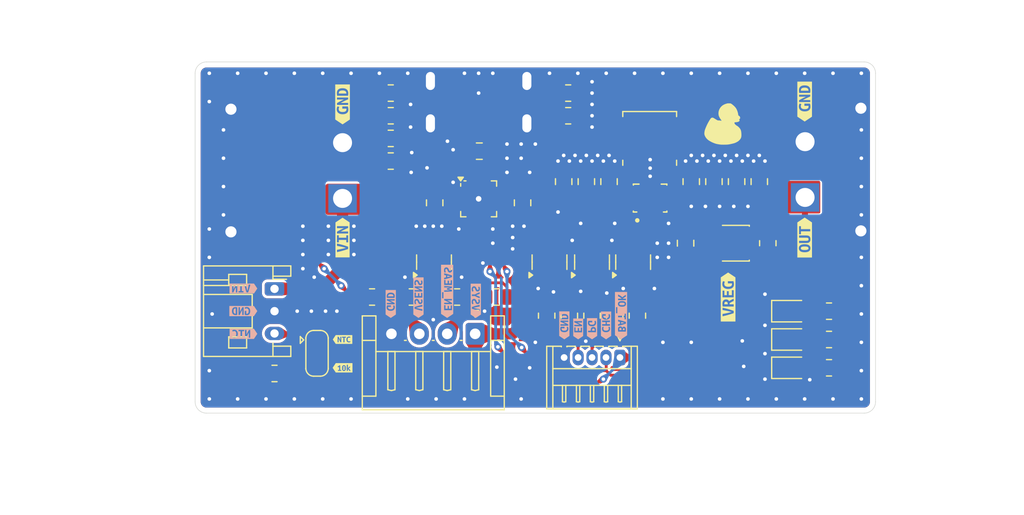
<source format=kicad_pcb>
(kicad_pcb (version 20240108) (generator "pcbnew") (generator_version "8.0")
  (title_block (title "PWB.003") (date "2025-01-19") (rev "v1") (company "SaintCarbonara"))
  (layers (0 "F.Cu" signal) (31 "B.Cu" signal) (34 "B.Paste" user) (35 "F.Paste" user) (36 "B.SilkS" user "B.Silkscreen") (37 "F.SilkS" user "F.Silkscreen") (38 "B.Mask" user) (39 "F.Mask" user) (44 "Edge.Cuts" user))
  (net 0 "")
  (net 1 "Net-(U1-VAUX)")
  (net 2 "GND")
  (net 3 "PG")
  (net 4 "EN")
  (net 5 "Net-(J1-CC2)")
  (net 6 "+5V")
  (net 7 "Net-(J1-CC1)")
  (net 8 "VOUT")
  (net 9 "Net-(U1-L2)")
  (net 10 "Net-(U1-L1)")
  (net 11 "VSYS")
  (net 12 "Net-(Q1-D)")
  (net 13 "VBAT")
  (net 14 "Net-(U2-TMR)")
  (net 15 "Net-(U2-TD)")
  (net 16 "Net-(U2-ISET)")
  (net 17 "Net-(U2-ILIM)")
  (net 18 "Net-(U1-FB)")
  (net 20 "CHRG")
  (net 21 "TS")
  (net 22 "PGOOD")
  (net 23 "Net-(D1-A)")
  (net 24 "Net-(D2-A)")
  (net 25 "Net-(D3-A)")
  (net 26 "Net-(J5-Pin_3)")
  (net 27 "Net-(JP1-B)")
  (net 28 "Net-(J4-Pin_3)")
  (net 29 "Net-(J5-Pin_2)")
  (net 30 "Net-(J6-Pin_3)")
  (net 31 "Net-(J6-Pin_4)")
  (net 32 "Net-(Q1-G)")
  (net 33 "Net-(Q2-D)")
  (net 34 "Net-(Q2-S)")
  (net 35 "Net-(Q4-S)")
  (footprint "kibuzzard-678CDB1C" (layer "F.Cu") (at 153.162 90.932 90)
    (property "Reference" "kibuzzard-3" (hide yes))
    (property "Value" "G***" (hide yes))
  )
  (footprint "Connector_JST:JST_PH_S3B-PH-K_1x03_P2.00mm_Horizontal" (layer "F.Cu") (at 105.664 107.728 -90)
    (property "Reference" "J4" (hide yes))
    (property "Value" "BAT" (hide yes))
  )
  (footprint "Capacitor_SMD:C_0805_2012Metric" (layer "F.Cu") (at 133.604 98.11 -90)
    (property "Reference" "C3" (hide yes))
    (property "Value" "10u" (hide yes))
  )
  (footprint "Inductor_SMD:L_Coilcraft_XAL4020-XXX" (layer "F.Cu") (at 139.277 94.234)
    (property "Reference" "L1" (hide yes))
    (property "Value" "1.5uh" (hide yes))
  )
  (footprint "LED_SMD:LED_0805_2012Metric" (layer "F.Cu") (at 151.892 109.728)
    (property "Reference" "D1" (hide yes))
    (property "Value" "CNTRL_PG" (hide yes))
  )
  (footprint "Resistor_SMD:R_0805_2012Metric" (layer "F.Cu") (at 155.3445 112.268 180)
    (property "Reference" "R18" (hide yes))
    (property "Value" "1.1k" (hide yes))
  )
  (footprint "Resistor_SMD:R_0805_2012Metric" (layer "F.Cu") (at 116.078 94.234)
    (property "Reference" "R5" (hide yes))
    (property "Value" "5.1k" (hide yes))
  )
  (footprint "Capacitor_SMD:C_0805_2012Metric" (layer "F.Cu") (at 131.572 98.11 -90)
    (property "Reference" "C2" (hide yes))
    (property "Value" "10u" (hide yes))
  )
  (footprint "Package_DFN_QFN:VQFN-16-1EP_3x3mm_P0.5mm_EP1.6x1.6mm" (layer "F.Cu") (at 123.952 99.6545)
    (property "Reference" "U2" (hide yes))
    (property "Value" "BQ24073RGT" (hide yes))
  )
  (footprint "Resistor_SMD:R_0805_2012Metric" (layer "F.Cu") (at 114.4035 108.458)
    (property "Reference" "R8" (hide yes))
    (property "Value" "33k" (hide yes))
  )
  (footprint "Connector_Hirose:Hirose_DF13-05P-1.25DS_1x05_P1.25mm_Horizontal" (layer "F.Cu") (at 136.612 113.8835 180)
    (property "Reference" "J6" (hide yes))
    (property "Value" "Conn_01x05_Pin" (hide yes))
  )
  (footprint "Resistor_SMD:R_0805_2012Metric" (layer "F.Cu") (at 122.0235 108.458)
    (property "Reference" "R10" (hide yes))
    (property "Value" "1k" (hide yes))
  )
  (footprint "Resistor_SMD:R_0805_2012Metric" (layer "F.Cu") (at 149.86 103.632 90)
    (property "Reference" "R7" (hide yes))
    (property "Value" "470k" (hide yes))
  )
  (footprint "Resistor_SMD:R_0805_2012Metric" (layer "F.Cu") (at 125.5795 108.458)
    (property "Reference" "R11" (hide yes))
    (property "Value" "1M" (hide yes))
  )
  (footprint "Connector_JST:JST_EH_S4B-EH_1x04_P2.50mm_Horizontal" (layer "F.Cu") (at 123.638 111.76 180)
    (property "Reference" "J5" (hide yes))
    (property "Value" "Conn_01x04_Pin" (hide yes))
  )
  (footprint "LED_SMD:LED_0805_2012Metric" (layer "F.Cu") (at 151.892 114.808)
    (property "Reference" "D3" (hide yes))
    (property "Value" "CHRG" (hide yes))
  )
  (footprint "Capacitor_SMD:C_0805_2012Metric" (layer "F.Cu") (at 135.636 98.11 -90)
    (property "Reference" "C4" (hide yes))
    (property "Value" "10u" (hide yes))
  )
  (footprint "Potentiometer_SMD:Potentiometer_Bourns_TC33X_Vertical" (layer "F.Cu") (at 146.304 103.632)
    (property "Reference" "RV1" (hide yes))
    (property "Value" "200k" (hide yes))
  )
  (footprint "LOGO" (layer "F.Cu") (at 145.796 92.964)
    (property "Reference" "G***" (hide yes))
    (property "Value" "LOGO" (hide yes))
  )
  (footprint "Resistor_SMD:R_0805_2012Metric" (layer "F.Cu") (at 131.9765 92.202 180)
    (property "Reference" "R4" (hide yes))
    (property "Value" "1.1k" (hide yes))
  )
  (footprint "Capacitor_SMD:C_0805_2012Metric" (layer "F.Cu") (at 124.013 95.377)
    (property "Reference" "C1" (hide yes))
    (property "Value" "4.7u" (hide yes))
  )
  (footprint "kibuzzard-678CDC56" (layer "F.Cu") (at 111.76 91.186 90)
    (property "Reference" "kibuzzard-4" (hide yes))
    (property "Value" "G***" (hide yes))
  )
  (footprint "Capacitor_SMD:C_0805_2012Metric" (layer "F.Cu") (at 149.098 98.11 -90)
    (property "Reference" "C8" (hide yes))
    (property "Value" "22u" (hide yes))
  )
  (footprint "Resistor_SMD:R_0805_2012Metric" (layer "F.Cu") (at 136.144 110.1325 -90)
    (property "Reference" "R16" (hide yes))
    (property "Value" "100k" (hide yes))
  )
  (footprint "Resistor_SMD:R_0805_2012Metric" (layer "F.Cu") (at 116.078 96.266)
    (property "Reference" "R6" (hide yes))
    (property "Value" "3.3k" (hide yes))
  )
  (footprint "Resistor_SMD:R_0805_2012Metric" (layer "F.Cu") (at 132.08 110.1325 90)
    (property "Reference" "R14" (hide yes))
    (property "Value" "1M" (hide yes))
  )
  (footprint "Capacitor_SMD:C_0805_2012Metric" (layer "F.Cu") (at 145.034 98.11 -90)
    (property "Reference" "C6" (hide yes))
    (property "Value" "22u" (hide yes))
  )
  (footprint "footprints:AMASS_XT30PW-M" (layer "F.Cu") (at 101.76 97.116 90)
    (property "Reference" "J3")
    (property "Value" "XT30PW-M" (hide yes))
  )
  (footprint "Package_TO_SOT_SMD:SOT-23" (layer "F.Cu") (at 137.795 105.3315 90)
    (property "Reference" "Q4" (hide yes))
    (property "Value" "IRLML6402TR" (hide yes))
  )
  (footprint "Jumper:SolderJumper-3_P1.3mm_Open_RoundedPad1.0x1.5mm" (layer "F.Cu") (at 109.474 113.508 -90)
    (property "Reference" "JP1" (hide yes))
    (property "Value" "10K/NTC" (hide yes))
  )
  (footprint "Capacitor_SMD:C_0805_2012Metric" (layer "F.Cu") (at 120.015 100.01 90)
    (property "Reference" "C9" (hide yes))
    (property "Value" "4.7u" (hide yes))
  )
  (footprint "Package_TO_SOT_SMD:SOT-23" (layer "F.Cu") (at 119.954 105.3315 90)
    (property "Reference" "Q1" (hide yes))
    (property "Value" "IRLML6402TR" (hide yes))
  )
  (footprint "Capacitor_SMD:C_0805_2012Metric" (layer "F.Cu") (at 147.066 98.11 -90)
    (property "Reference" "C7" (hide yes))
    (property "Value" "22u" (hide yes))
  )
  (footprint "LED_SMD:LED_0805_2012Metric" (layer "F.Cu") (at 151.892 112.268)
    (property "Reference" "D2" (hide yes))
    (property "Value" "PMIC_PG" (hide yes))
  )
  (footprint "Resistor_SMD:R_0805_2012Metric" (layer "F.Cu") (at 138.176 110.1325 -90)
    (property "Reference" "R17" (hide yes))
    (property "Value" "100k" (hide yes))
  )
  (footprint "Capacitor_SMD:C_0805_2012Metric" (layer "F.Cu") (at 143.002 98.11 -90)
    (property "Reference" "C5" (hide yes))
    (property "Value" "10u" (hide yes))
  )
  (footprint "Resistor_SMD:R_0805_2012Metric" (layer "F.Cu") (at 116.078 90.17 180)
    (property "Reference" "R1" (hide yes))
    (property "Value" "5.1k" (hide yes))
  )
  (footprint "kibuzzard-678CDE28" (layer "F.Cu") (at 143.51 89.662)
    (property "Reference" "kibuzzard-2" (hide yes))
    (property "Value" "G***" (hide yes))
  )
  (footprint "Resistor_SMD:R_0805_2012Metric" (layer "F.Cu") (at 105.664 115.316 180)
    (property "Reference" "R20" (hide yes))
    (property "Value" "10k" (hide yes))
  )
  (footprint "Resistor_SMD:R_0805_2012Metric" (layer "F.Cu") (at 116.078 92.202 180)
    (property "Reference" "R3" (hide yes))
    (property "Value" "0" (hide yes))
  )
  (footprint "Resistor_SMD:R_0805_2012Metric" (layer "F.Cu") (at 155.3445 109.728 180)
    (property "Reference" "R12" (hide yes))
    (property "Value" "1.1k" (hide yes))
  )
  (footprint "Package_TO_SOT_SMD:SOT-23" (layer "F.Cu") (at 130.302 105.3315 90)
    (property "Reference" "Q2" (hide yes))
    (property "Value" "IRLML6402TR" (hide yes))
  )
  (footprint "kibuzzard-678CDC60" (layer "F.Cu") (at 153.162 103.124 90)
    (property "Reference" "kibuzzard-6" (hide yes))
    (property "Value" "G***" (hide yes))
  )
  (footprint "Connector_USB:USB_C_Receptacle_GCT_USB4125-xx-x-0190_6P_TopMnt_Horizontal" (layer "F.Cu") (at 123.952 89.884 180)
    (property "Reference" "J1" (hide yes))
    (property "Value" "USB_C_Receptacle_PowerOnly_6P" (hide yes))
  )
  (footprint "Resistor_SMD:R_0805_2012Metric" (layer "F.Cu") (at 155.3445 114.808 180)
    (property "Reference" "R19" (hide yes))
    (property "Value" "1.1k" (hide yes))
  )
  (footprint "Resistor_SMD:R_0805_2012Metric" (layer "F.Cu") (at 130.048 110.1325 -90)
    (property "Reference" "R13" (hide yes))
    (property "Value" "10k" (hide yes))
  )
  (footprint "Package_TO_SOT_SMD:SOT-23" (layer "F.Cu") (at 134.112 105.3315 90)
    (property "Reference" "Q3" (hide yes))
    (property "Value" "2N7002" (hide yes))
  )
  (footprint "TPS63070RNMR:VREG_TPS63070RNMR" (layer "F.Cu") (at 139.316 99.585 90)
    (property "Reference" "U1" (hide yes))
    (property "Value" "TPS63070RNMR" (hide yes))
  )
  (footprint "Resistor_SMD:R_0805_2012Metric" (layer "F.Cu") (at 117.9595 108.458)
    (property "Reference" "R9" (hide yes))
    (property "Value" "10k" (hide yes))
  )
  (footprint "kibuzzard-678CDEE7" (layer "F.Cu") (at 111.76 114.808)
    (property "Reference" "kibuzzard-9" (hide yes))
    (property "Value" "G***" (hide yes))
  )
  (footprint "Capacitor_SMD:C_0805_2012Metric" (layer "F.Cu") (at 142.494 103.632 -90)
    (property "Reference" "C11" (hide yes))
    (property "Value" "100n" (hide yes))
  )
  (footprint "kibuzzard-678D5D09" (layer "F.Cu") (at 146.304 108.458 90)
    (property "Reference" "kibuzzard-7" (hide yes))
    (property "Value" "G***" (hide yes))
  )
  (footprint "Resistor_SMD:R_0805_2012Metric" (layer "F.Cu") (at 134.112 110.1325 90)
    (property "Reference" "R15" (hide yes))
    (property "Value" "100k" (hide yes))
  )
  (footprint "Capacitor_SMD:C_0805_2012Metric" (layer "F.Cu") (at 127.889 100.01 90)
    (property "Reference" "C10" (hide yes))
    (property "Value" "4.7u" (hide yes))
  )
  (footprint "kibuzzard-678CDDCF" (layer "F.Cu") (at 106.934 89.662)
    (property "Reference" "kibuzzard-1" (hide yes))
    (property "Value" "G***" (hide yes))
  )
  (footprint "kibuzzard-678CDC37" (layer "F.Cu") (at 111.76 103.124 90)
    (property "Reference" "kibuzzard-5" (hide yes))
    (property "Value" "G***" (hide yes))
  )
  (footprint "Resistor_SMD:R_0805_2012Metric" (layer "F.Cu") (at 131.9765 90.17)
    (property "Reference" "R2" (hide yes))
    (property "Value" "5.1k" (hide yes))
  )
  (footprint "kibuzzard-678CDEF3" (layer "F.Cu") (at 111.76 112.268)
    (property "Reference" "kibuzzard-8" (hide yes))
    (property "Value" "G***" (hide yes))
  )
  (footprint "footprints:AMASS_XT30PW-F" (layer "F.Cu") (at 158.1995 97.028 -90)
    (property "Reference" "J2")
    (property "Value" "XT30PW-F" (hide yes))
  )
  (footprint "kibuzzard-678D6B21" (layer "B.Cu") (at 121.129351 107.95 90)
    (property "Reference" "kibuzzard-678D6B21" (hide yes))
    (property "Value" "G***" (hide yes))
  )
  (footprint "kibuzzard-678D6B8A" (layer "B.Cu") (at 102.877916 107.696 180)
    (property "Reference" "kibuzzard-678D6B8A" (hide yes))
    (property "Value" "G***" (hide yes))
  )
  (footprint "kibuzzard-678D6AC8" (layer "B.Cu") (at 134.112 111.3028 90)
    (property "Reference" "kibuzzard-678D6AC8" (hide yes))
    (property "Value" "G***" (hide yes))
  )
  (footprint "kibuzzard-678D6AE6" (layer "B.Cu") (at 136.71024 110.12916 90)
    (property "Reference" "kibuzzard-678D6AE6" (hide yes))
    (property "Value" "G***" (hide yes))
  )
  (footprint "kibuzzard-678D6B1B" (layer "B.Cu") (at 123.698 108.798519 90)
    (property "Reference" "kibuzzard-678D6B1B" (hide yes))
    (property "Value" "G***" (hide yes))
  )
  (footprint "kibuzzard-678D6B93" (layer "B.Cu") (at 102.87 109.720366 180)
    (property "Reference" "kibuzzard-678D6B93" (hide yes))
    (property "Value" "G***" (hide yes))
  )
  (footprint "kibuzzard-678D6ACE" (layer "B.Cu") (at 132.87112 111.318632 90)
    (property "Reference" "kibuzzard-678D6ACE" (hide yes))
    (property "Value" "G***" (hide yes))
  )
  (footprint "kibuzzard-678D6AE1" (layer "B.Cu") (at 135.368147 111.00482 90)
    (property "Reference" "kibuzzard-678D6AE1" (hide yes))
    (property "Value" "G***" (hide yes))
  )
  (footprint "kibuzzard-678D6B26" (layer "B.Cu") (at 118.560703 108.515805 90)
    (property "Reference" "kibuzzard-678D6B26" (hide yes))
    (property "Value" "G***" (hide yes))
  )
  (footprint "kibuzzard-678D6AD4" (layer "B.Cu") (at 131.63024 110.999731 90)
    (property "Reference" "kibuzzard-678D6AD4" (hide yes))
    (property "Value" "G***" (hide yes))
  )
  (footprint "kibuzzard-678D6B2C" (layer "B.Cu") (at 116.078 109.081799 90)
    (property "Reference" "kibuzzard-678D6B2C" (hide yes))
    (property "Value" "G***" (hide yes))
  )
  (footprint "kibuzzard-678D6B9C" (layer "B.Cu") (at 102.883005 111.76 180)
    (property "Reference" "kibuzzard-678D6B9C" (hide yes))
    (property "Value" "G***" (hide yes))
  )
  (gr_line (start 99.568 87.376) (end 158.496 87.376) (stroke (width 0.05)) (layer "Edge.Cuts"))
  (gr_arc (start 159.512 117.856) (mid 159.21442 118.57442) (end 158.496 118.872) (stroke (width 0.05)) (layer "Edge.Cuts"))
  (gr_line (start 98.552 117.856) (end 98.552 88.392) (stroke (width 0.05)) (layer "Edge.Cuts"))
  (gr_line (start 158.496 118.872) (end 99.568 118.872) (stroke (width 0.05)) (layer "Edge.Cuts"))
  (gr_arc (start 158.496 87.376) (mid 159.21442 87.67358) (end 159.512 88.392) (stroke (width 0.05)) (layer "Edge.Cuts"))
  (gr_arc (start 99.568 118.872) (mid 98.84958 118.57442) (end 98.552 117.856) (stroke (width 0.05)) (layer "Edge.Cuts"))
  (gr_arc (start 98.552 88.392) (mid 98.84958 87.67358) (end 99.568 87.376) (stroke (width 0.05)) (layer "Edge.Cuts"))
  (gr_line (start 159.512 88.392) (end 159.512 117.856) (stroke (width 0.05)) (layer "Edge.Cuts"))
  (segment (start 140.274 102.682) (end 139.566 101.974) (width 0.254) (layer "F.Cu") (net 1))
  (segment (start 139.566 101.974) (end 139.566 100.735) (width 0.254) (layer "F.Cu") (net 1))
  (segment (start 142.494 102.682) (end 140.274 102.682) (width 0.254) (layer "F.Cu") (net 1))
  (segment (start 141.5168 99.81) (end 142.0368 100.33) (width 0.254) (layer "F.Cu") (net 2))
  (segment (start 140.716 99.81) (end 141.5168 99.81) (width 0.254) (layer "F.Cu") (net 2))
  (segment (start 140.716 99.81) (end 140.22 99.81) (width 0.254) (layer "F.Cu") (net 2))
  (segment (start 139.38 99.949) (end 139.316 99.885) (width 0.254) (layer "F.Cu") (net 2))
  (segment (start 140.066 100.735) (end 140.066 99.964) (width 0.254) (layer "F.Cu") (net 2))
  (segment (start 139.319 97.631003) (end 139.316 97.634003) (width 0.254) (layer "F.Cu") (net 2))
  (segment (start 139.316 99.885) (end 139.316 98.985) (width 0.254) (layer "F.Cu") (net 2))
  (segment (start 142.0368 100.33) (end 143.002 100.33) (width 0.254) (layer "F.Cu") (net 2))
  (segment (start 140.066 99.964) (end 140.081 99.949) (width 0.254) (layer "F.Cu") (net 2))
  (segment (start 140.081 99.949) (end 139.38 99.949) (width 0.254) (layer "F.Cu") (net 2))
  (segment (start 139.316 97.634003) (end 139.316 98.985) (width 0.254) (layer "F.Cu") (net 2))
  (segment (start 140.22 99.81) (end 140.081 99.949) (width 0.254) (layer "F.Cu") (net 2))
  (via (at 112.522 117.602) (size 0.635) (drill 0.325) (layers "F.Cu" "B.Cu") (net 2))
  (via (at 118.364 102.108) (size 0.635) (drill 0.325) (layers "F.Cu" "B.Cu") (net 2))
  (via (at 127.762 117.602) (size 0.635) (drill 0.325) (layers "F.Cu" "B.Cu") (net 2))
  (via (at 125.222 88.392) (size 0.635) (drill 0.325) (layers "F.Cu" "B.Cu") (net 2))
  (via (at 134.112 92.202) (size 0.635) (drill 0.325) (layers "F.Cu" "B.Cu") (net 2))
  (via (at 107.696 109.728) (size 0.635) (drill 0.325) (layers "F.Cu" "B.Cu") (net 2))
  (via (at 125.222 103.632) (size 0.635) (drill 0.325) (layers "F.Cu" "B.Cu") (net 2))
  (via (at 133.096 96.266) (size 0.635) (drill 0.325) (layers "F.Cu" "B.Cu") (net 2))
  (via (at 99.822 117.602) (size 0.635) (drill 0.325) (layers "F.Cu" "B.Cu") (net 2))
  (via (at 144.272 100.33) (size 0.635) (drill 0.325) (layers "F.Cu" "B.Cu") (net 2))
  (via (at 137.922 88.392) (size 0.635) (drill 0.325) (layers "F.Cu" "B.Cu") (net 2))
  (via (at 110.49 103.378) (size 0.635) (drill 0.325) (layers "F.Cu" "B.Cu") (net 2))
  (via (at 140.462 88.392) (size 0.635) (drill 0.325) (layers "F.Cu" "B.Cu") (net 2))
  (via (at 126.492 97.282) (size 0.635) (drill 0.325) (layers "F.Cu" "B.Cu") (net 2))
  (via (at 107.442 117.602) (size 0.635) (drill 0.325) (layers "F.Cu" "B.Cu") (net 2))
  (via (at 158.242 88.392) (size 0.635) (drill 0.325) (layers "F.Cu" "B.Cu") (net 2))
  (via (at 127.762 94.742) (size 0.635) (drill 0.325) (layers "F.Cu" "B.Cu") (net 2))
  (via (at 148.082 88.392) (size 0.635) (drill 0.325) (layers "F.Cu" "B.Cu") (net 2))
  (via (at 117.856 91.186) (size 0.635) (drill 0.325) (layers "F.Cu" "B.Cu") (net 2))
  (via (at 136.906 107.696) (size 0.635) (drill 0.325) (layers "F.Cu" "B.Cu") (net 2))
  (via (at 99.822 90.932) (size 0.635) (drill 0.325) (layers "F.Cu" "B.Cu") (net 2))
  (via (at 135.636 95.758) (size 0.635) (drill 0.325) (layers "F.Cu" "B.Cu") (net 2))
  (via (at 139.954 104.902) (size 0.635) (drill 0.325) (layers "F.Cu" "B.Cu") (net 2))
  (via (at 117.602 117.602) (size 0.635) (drill 0.325) (layers "F.Cu" "B.Cu") (net 2))
  (via (at 112.522 88.392) (size 0.635) (drill 0.325) (layers "F.Cu" "B.Cu") (net 2))
  (via (at 112.776 102.108) (size 0.635) (drill 0.325) (layers "F.Cu" "B.Cu") (net 2))
  (via (at 127.762 96.012) (size 0.635) (drill 0.325) (layers "F.Cu" "B.Cu") (net 2))
  (via (at 140.97 104.902) (size 0.635) (drill 0.325) (layers "F.Cu" "B.Cu") (net 2))
  (via (at 143.002 88.392) (size 0.635) (drill 0.325) (layers "F.Cu" "B.Cu") (net 2))
  (via (at 108.204 102.108) (size 0.635) (drill 0.325) (layers "F.Cu" "B.Cu") (net 2))
  (via (at 128.524 97.282) (size 0.635) (drill 0.325) (layers "F.Cu" "B.Cu") (net 2))
  (via (at 119.126 102.108) (size 0.635) (drill 0.325) (layers "F.Cu" "B.Cu") (net 2))
  (via (at 140.462 117.602) (size 0.635) (drill 0.325) (layers "F.Cu" "B.Cu") (net 2))
  (via (at 140.462 112.522) (size 0.635) (drill 0.325) (layers "F.Cu" "B.Cu") (net 2))
  (via (at 126.492 94.742) (size 0.635) (drill 0.325) (layers "F.Cu" "B.Cu") (net 2))
  (via (at 121.666 95.25) (size 0.635) (drill 0.325) (layers "F.Cu" "B.Cu") (net 2))
  (via (at 124.4854 109.728) (size 0.635) (drill 0.325) (layers "F.Cu" "B.Cu") (net 2))
  (via (at 158.242 98.552) (size 0.635) (drill 0.325) (layers "F.Cu" "B.Cu") (net 2))
  (via (at 146.05 95.758) (size 0.635) (drill 0.325) (layers "F.Cu" "B.Cu") (net 2))
  (via (at 134.112 90.17) (size 0.635) (drill 0.325) (layers "F.Cu" "B.Cu") (net 2))
  (via (at 123.952 88.392) (size 0.635) (drill 0.325) (layers "F.Cu" "B.Cu") (net 2))
  (via (at 155.702 88.392) (size 0.635) (drill 0.325) (layers "F.Cu" "B.Cu") (net 2))
  (via (at 145.542 117.602) (size 0.635) (drill 0.325) (layers "F.Cu" "B.Cu") (net 2))
  (via (at 110.236 109.728) (size 0.635) (drill 0.325) (layers "F.Cu" "B.Cu") (net 2))
  (via (at 120.142 117.602) (size 0.635) (drill 0.325) (layers "F.Cu" "B.Cu") (net 2))
  (via (at 134.112 89.154) (size 0.635) (drill 0.325) (layers "F.Cu" "B.Cu") (net 2))
  (via (at 109.982 88.392) (size 0.635) (drill 0.325) (layers "F.Cu" "B.Cu") (net 2))
  (via (at 146.812 100.33) (size 0.635) (drill 0.325) (layers "F.Cu" "B.Cu") (net 2))
  (via (at 119.888 110.49) (size 0.635) (drill 0.325) (layers "F.Cu" "B.Cu") (net 2))
  (via (at 121.158 94.488) (size 0.635) (drill 0.325) (layers "F.Cu" "B.Cu") (net 2))
  (via (at 143.002 95.758) (size 0.635) (drill 0.325) (layers "F.Cu" "B.Cu") (net 2))
  (via (at 134.112 93.218) (size 0.635) (drill 0.325) (layers "F.Cu" "B.Cu") (net 2))
  (via (at 140.97 101.854) (size 0.635) (drill 0.325) (layers "F.Cu" "B.Cu") (net 2))
  (via (at 134.62 95.758) (size 0.635) (drill 0.325) (layers "F.Cu" "B.Cu") (net 2))
  (via (at 135.89 103.378) (size 0.635) (drill 0.325) (layers "F.Cu" "B.Cu") (net 2))
  (via (at 144.526 96.266) (size 0.635) (drill 0.325) (layers "F.Cu" "B.Cu") (net 2))
  (via (at 108.204 105.918) (size 0.635) (drill 0.325) (layers "F.Cu" "B.Cu") (net 2))
  (via (at 158.242 109.982) (size 0.635) (drill 0.325) (layers "F.Cu" "B.Cu") (net 2))
  (via (at 126.492 96.012) (size 0.635) (drill 0.325) (layers "F.Cu" "B.Cu") (net 2))
  (via (at 155.702 117.602) (size 0.635) (drill 0.325) (layers "F.Cu" "B.Cu") (net 2))
  (via (at 145.542 88.392) (size 0.635) (drill 0.325) (layers "F.Cu" "B.Cu") (net 2))
  (via (at 125.584598 114.74557) (size 0.635) (drill 0.325) (layers "F.Cu" "B.Cu") (net 2))
  (via (at 131.572 95.758) (size 0.635) (drill 0.325) (layers "F.Cu" "B.Cu") (net 2))
  (via (at 109.22 106.68) (size 0.635) (drill 0.325) (layers "F.Cu" "B.Cu") (net 2))
  (via (at 104.902 117.602) (size 0.635) (drill 0.325) (layers "F.Cu" "B.Cu") (net 2))
  (via (at 108.204 103.378) (size 0.635) (drill 0.325) (layers "F.Cu" "B.Cu") (net 2))
  (via (at 158.242 115.062) (size 0.635) (drill 0.325) (layers "F.Cu" "B.Cu") (net 2))
  (via (at 121.666 98.171) (size 0.635) (drill 0.325) (layers "F.Cu" "B.Cu") (net 2))
  (via (at 100.076 109.982) (size 0.635) (drill 0.325) (layers "F.Cu" "B.Cu") (net 2))
  (via (at 147.574 112.395) (size 0.635) (drill 0.325) (layers "F.Cu" "B.Cu") (net 2))
  (via (at 133.096 107.95) (size 0.635) (drill 0.325) (layers "F.Cu" "B.Cu") (net 2))
  (via (at 149.606 110.998) (size 0.635) (drill 0.325) (layers "F.Cu" "B.Cu") (net 2))
  (via (at 128.016 102.108) (size 0.635) (drill 0.325) (layers "F.Cu" "B.Cu") (net 2))
  (via (at 149.098 95.758) (size 0.635) (drill 0.325) (layers "F.Cu" "B.Cu") (net 2))
  (via (at 158.242 107.442) (size 0.635) (drill 0.325) (layers "F.Cu" "B.Cu") (net 2))
  (via (at 108.204 104.648) (size 0.635) (drill 0.325) (layers "F.Cu" "B.Cu") (net 2))
  (via (at 122.174 102.362) (size 0.635) (drill 0.325) (layers "F.Cu" "B.Cu") (net 2))
  (via (at 131.064 96.266) (size 0.635) (drill 0.325) (layers "F.Cu" "B.Cu") (net 2))
  (via (at 133.5532 112.4204) (size 0.635) (drill 0.325) (layers "F.Cu" "B.Cu") (net 2))
  (via (at 101.092 98.552) (size 0.635) (drill 0.325) (layers "F.Cu" "B.Cu") (net 2))
  (via (at 129.286 107.696) (size 0.635) (drill 0.325) (layers "F.Cu" "B.Cu") (net 2))
  (via (at 139.319 96.139) (size 0.635) (drill 0.325) (layers "F.Cu" "B.Cu") (net 2))
  (via (at 119.888 102.108) (size 0.635) (drill 0.325) (layers "F.Cu" "B.Cu") (net 2))
  (via (at 125.222 102.362) (size 0.635) (drill 0.325) (layers "F.Cu" "B.Cu") (net 2))
  (via (at 129.032 94.742) (size 0.635) (drill 0.325) (layers "F.Cu" "B.Cu") (net 2))
  (via (at 147.701 114.681) (size 0.635) (drill 0.325) (layers "F.Cu" "B.Cu") (net 2))
  (via (at 158.242 96.012) (size 0.635) (drill 0.325) (layers "F.Cu" "B.Cu") (net 2))
  (via (at 139.319 97.631003) (size 0.635) (drill 0.325) (layers "F.Cu" "B.Cu") (net 2))
  (via (at 122.682 117.602) (size 0.635) (drill 0.325) (layers "F.Cu" "B.Cu") (net 2))
  (via (at 119.3292 96.8756) (size 0.635) (drill 0.325) (layers "F.Cu" "B.Cu") (net 2))
  (via (at 149.606 115.824) (size 0.635) (drill 0.325) (layers "F.Cu" "B.Cu") (net 2))
  (via (at 131.064 100.838) (size 0.635) (drill 0.325) (layers "F.Cu" "B.Cu") (net 2))
  (via (at 158.242 117.602) (size 0.635) (drill 0.325) (layers "F.Cu" "B.Cu") (net 2))
  (via (at 117.9576 95.504) (size 0.635) (drill 0.325) (layers "F.Cu" "B.Cu") (net 2))
  (via (at 140.97 103.632) (size 0.635) (drill 0.325) (layers "F.Cu" "B.Cu") (net 2))
  (via (at 146.558 96.266) (size 0.635) (drill 0.325) (layers "F.Cu" "B.Cu") (net 2))
  (via (at 127 102.108) (size 0.635) (drill 0.325) (layers "F.Cu" "B.Cu") (net 2))
  (via (at 158.242 93.472) (size 0.635) (drill 0.325) (layers "F.Cu" "B.Cu") (net 2))
  (via (at 158.242 104.902) (size 0.635) (drill 0.325) (layers "F.Cu" "B.Cu") (net 2))
  (via (at 132.08 96.266) (size 0.635) (drill 0.325) (layers "F.Cu" "B.Cu") (net 2))
  (via (at 117.602 88.392) (size 0.635) (drill 0.325) (layers "F.Cu" "B.Cu") (net 2))
  (via (at 143.002 100.33) (size 0.635) (drill 0.325) (layers "F.Cu" "B.Cu") (net 2))
  (via (at 148.59 96.266) (size 0.635) (drill 0.325) (layers "F.Cu" "B.Cu") (net 2))
  (via (at 153.162 117.602) (size 0.635) (drill 0.325) (layers "F.Cu" "B.Cu") (net 2))
  (via (at 142.494 96.266) (size 0.635) (drill 0.325) (layers "F.Cu" "B.Cu") (net 2))
  (via (at 145.034 95.758) (size 0.635) (drill 0.325) (layers "F.Cu" "B.Cu") (net 2))
  (via (at 107.442 88.392) (size 0.635) (drill 0.325) (layers "F.Cu" "B.Cu") (net 2))
  (via (at 127.254 115.824) (size 0.635) (drill 0.325) (layers "F.Cu" "B.Cu") (net 2))
  (via (at 112.776 103.378) (size 0.635) (drill 0.325) (layers "F.Cu" "B.Cu") (net 2))
  (via (at 101.092 96.012) (size 0.635) (drill 0.325) (layers "F.Cu" "B.Cu") (net 2))
  (via (at 150.622 88.392) (size 0.635) (drill 0.325) (layers "F.Cu" "B.Cu") (net 2))
  (via (at 136.144 101.854) (size 0.635) (drill 0.325) (layers "F.Cu" "B.Cu") (net 2))
  (via (at 127 104.14) (size 0.635) (drill 0.325) (layers "F.Cu" "B.Cu") (net 2))
  (via (at 130.302 88.392) (size 0.635) (drill 0.325) (layers "F.Cu" "B.Cu") (net 2))
  (via (at 158.242 112.522) (size 0.635) (drill 0.325) (layers "F.Cu" "B.Cu") (net 2))
  (via (at 129.032 112.522) (size 0.635) (drill 0.325) (layers "F.Cu" "B.Cu") (net 2))
  (via (at 148.082 117.602) (size 0.635) (drill 0.325) (layers "F.Cu" "B.Cu") (net 2))
  (via (at 122.682 88.392) (size 0.635) (drill 0.325) (layers "F.Cu" "B.Cu") (net 2))
  (via (at 109.982 117.602) (size 0.635) (drill 0.325) (layers "F.Cu" "B.Cu") (net 2))
  (via (at 99.822 104.902) (size 0.635) (drill 0.325) (layers "F.Cu" "B.Cu") (net 2))
  (via (at 135.4328 108.1024) (size 0.635) (drill 0.325) (layers "F.Cu" "B.Cu") (net 2))
  (via (at 99.822 88.392) (size 0.635) (drill 0.325) (layers "F.Cu" "B.Cu") (net 2))
  (via (at 101.092 101.092) (size 0.635) (drill 0.325) (layers "F.Cu" "B.Cu") (net 2))
  (via (at 124.333 105.41) (size 0.635) (drill 0.325) (layers "F.Cu" "B.Cu") (net 2))
  (via (at 136.144 96.266) (size 0.635) (drill 0.325) (layers "F.Cu" "B.Cu") (net 2))
  (via (at 123.952 90.17) (size 0.635) (drill 0.325) (layers "F.Cu" "B.Cu") (net 2))
  (via (at 153.6192 115.8748) (size 0.635) (drill 0.325) (layers "F.Cu" "B.Cu") (net 2))
  (via (at 135.382 88.392) (size 0.635) (drill 0.325) (layers "F.Cu" "B.Cu") (net 2))
  (via (at 149.606 108.204) (size 0.635) (drill 0.325) (layers "F.Cu" "B.Cu") (net 2))
  (via (at 143.002 112.522) (size 0.635) (drill 0.325) (layers "F.Cu" "B.Cu") (net 2))
  (via (at 112.776 104.648) (size 0.635) (drill 0.325) (layers "F.Cu" "B.Cu") (net 2))
  (via (at 148.082 100.33) (size 0.635) (drill 0.325) (layers "F.Cu" "B.Cu") (net 2))
  (via (at 99.822 115.062) (size 0.635) (drill 0.325) (layers "F.Cu" "B.Cu") (net 2))
  (via (at 135.128 96.266) (size 0.635) (drill 0.325) (layers "F.Cu" "B.Cu") (net 2))
  (via (at 149.606 113.538) (size 0.635) (drill 0.325) (layers "F.Cu" "B.Cu") (net 2))
  (via (at 158.242 101.092) (size 0.635) (drill 0.325) (layers "F.Cu" "B.Cu") (net 2))
  (via (at 147.066 95.758) (size 0.635) (drill 0.325) (layers "F.Cu" "B.Cu") (net 2))
  (via (at 139.954 103.632) (size 0.635) (drill 0.325) (layers "F.Cu" "B.Cu") (net 2))
  (via (at 120.65 102.108) (size 0.635) (drill 0.325) (layers "F.Cu" "B.Cu") (net 2))
  (via (at 123.952 99.6545) (size 1) (drill 0.5) (layers "F.Cu" "B.Cu") (net 2))
  (via (at 117.856 93.218) (size 0.635) (drill 0.325) (layers "F.Cu" "B.Cu") (net 2))
  (via (at 102.362 88.392) (size 0.635) (drill 0.325) (layers "F.Cu" "B.Cu") (net 2))
  (via (at 117.348 106.68) (size 0.635) (drill 0.325) (layers "F.Cu" "B.Cu") (net 2))
  (via (at 111.252 109.728) (size 0.635) (drill 0.325) (layers "F.Cu" "B.Cu") (net 2))
  (via (at 145.542 96.266) (size 0.635) (drill 0.325) (layers "F.Cu" "B.Cu") (net 2))
  (via (at 133.604 95.758) (size 0.635) (drill 0.325) (layers "F.Cu" "B.Cu") (net 2))
  (via (at 104.902 88.392) (size 0.635) (drill 0.325) (layers "F.Cu" "B.Cu") (net 2))
  (via (at 130.6576 108.0008) (size 0.635) (drill 0.325) (layers "F.Cu" "B.Cu") (net 2))
  (via (at 122.428 106.68) (size 0.635) (drill 0.325) (layers "F.Cu" "B.Cu") (net 2))
  (via (at 110.49 102.108) (size 0.635) (drill 0.325) (layers "F.Cu" "B.Cu") (net 2))
  (via (at 134.112 96.266) (size 0.635) (drill 0.325) (layers "F.Cu" "B.Cu") (net 2))
  (via (at 102.362 117.602) (size 0.635) (drill 0.325) (layers "F.Cu" "B.Cu") (net 2))
  (via (at 132.588 95.758) (size 0.635) (drill 0.325) (layers "F.Cu" "B.Cu") (net 2))
  (via (at 115.062 88.392) (size 0.635) (drill 0.325) (layers "F.Cu" "B.Cu") (net 2))
  (via (at 132.334 103.378) (size 0.635) (drill 0.325) (layers "F.Cu" "B.Cu") (net 2))
  (via (at 143.51 96.266) (size 0.635) (drill 0.325) (layers "F.Cu" "B.Cu") (net 2))
  (via (at 127 103.124) (size 0.635) (drill 0.325) (layers "F.Cu" "B.Cu") (net 2))
  (via (at 133.096 101.854) (size 0.635) (drill 0.325) (layers "F.Cu" "B.Cu") (net 2))
  (via (at 110.49 104.648) (size 0.635) (drill 0.325) (layers "F.Cu" "B.Cu") (net 2))
  (via (at 153.162 88.392) (size 0.635) (drill 0.325) (layers "F.Cu" "B.Cu") (net 2))
  (via (at 139.7 107.696) (size 0.635) (drill 0.325) (layers "F.Cu" "B.Cu") (net 2))
  (via (at 150.622 117.602) (size 0.635) (drill 0.325) (layers "F.Cu" "B.Cu") (net 2))
  (via (at 128.524 114.808) (size 0.635) (drill 0.325) (layers "F.Cu" "B.Cu") (net 2))
  (via (at 145.542 100.33) (size 0.635) (drill 0.325) (layers "F.Cu" "B.Cu") (net 2))
  (via (at 149.606 96.266) (size 0.635) (drill 0.325) (layers "F.Cu" "B.Cu") (net 2))
  (via (at 143.002 117.602) (size 0.635) (drill 0.325) (layers "F.Cu" "B.Cu") (net 2))
  (via (at 134.112 91.186) (size 0.635) (drill 0.325) (layers "F.Cu" "B.Cu") (net 2))
  (via (at 132.842 88.392) (size 0.635) (drill 0.325) (layers "F.Cu" "B.Cu") (net 2))
  (via (at 117.9068 97.282) (size 0.635) (drill 0.325) (layers "F.Cu" "B.Cu") (net 2))
  (via (at 101.092 93.472) (size 0.635) (drill 0.325) (layers "F.Cu" "B.Cu") (net 2))
  (via (at 144.018 95.758) (size 0.635) (drill 0.325) (layers "F.Cu" "B.Cu") (net 2))
  (via (at 148.082 95.758) (size 0.635) (drill 0.325) (layers "F.Cu" "B.Cu") (net 2))
  (via (at 108.966 109.728) (size 0.635) (drill 0.325) (layers "F.Cu" "B.Cu") (net 2))
  (via (at 139.319 96.901) (size 0.635) (drill 0.325) (layers "F.Cu" "B.Cu") (net 2))
  (via (at 99.822 102.362) (size 0.635) (drill 0.325) (layers "F.Cu" "B.Cu") (net 2))
  (via (at 147.574 96.266) (size 0.635) (drill 0.325) (layers "F.Cu" "B.Cu") (net 2))
  (segment (start 138.745 107.889) (end 138.745 106.269) (width 0.254) (layer "F.Cu") (net 3))
  (segment (start 148.082 110.998) (end 137.414 110.998) (width 0.254) (layer "F.Cu") (net 3))
  (segment (start 137.16 110.744) (end 137.16 108.712) (width 0.254) (layer "F.Cu") (net 3))
  (segment (start 139.066 102.996) (end 139.066 100.735) (width 0.254) (layer "F.Cu") (net 3))
  (segment (start 137.414 110.998) (end 137.16 110.744) (width 0.254) (layer "F.Cu") (net 3))
  (segment (start 138.745 103.317) (end 139.066 102.996) (width 0.254) (layer "F.Cu") (net 3))
  (segment (start 137.16 108.712) (end 137.668 108.204) (width 0.254) (layer "F.Cu") (net 3))
  (segment (start 138.745 106.269) (end 138.745 103.317) (width 0.254) (layer "F.Cu") (net 3))
  (segment (start 137.668 108.204) (end 138.43 108.204) (width 0.254) (layer "F.Cu") (net 3))
  (segment (start 150.9545 109.728) (end 149.352 109.728) (width 0.254) (layer "F.Cu") (net 3))
  (segment (start 149.352 109.728) (end 148.082 110.998) (width 0.254) (layer "F.Cu") (net 3))
  (segment (start 138.43 108.204) (end 138.745 107.889) (width 0.254) (layer "F.Cu") (net 3))
  (segment (start 131.252 107.884) (end 132.08 108.712) (width 0.254) (layer "F.Cu") (net 4))
  (segment (start 133.162 106.269) (end 131.252 106.269) (width 0.254) (layer "F.Cu") (net 4))
  (segment (start 131.252 106.269) (end 131.252 107.884) (width 0.254) (layer "F.Cu") (net 4))
  (segment (start 132.08 108.712) (end 132.08 109.22) (width 0.254) (layer "F.Cu") (net 4))
  (segment (start 123.452 92.964) (end 123.452 91.448) (width 0.254) (layer "F.Cu") (net 5))
  (segment (start 123.452 91.448) (end 122.936 90.932) (width 0.254) (layer "F.Cu") (net 5))
  (segment (start 122.936 90.932) (end 118.872 90.932) (width 0.254) (layer "F.Cu") (net 5))
  (segment (start 118.11 90.17) (end 117.348 90.17) (width 0.254) (layer "F.Cu") (net 5))
  (segment (start 118.872 90.932) (end 118.11 90.17) (width 0.254) (layer "F.Cu") (net 5))
  (segment (start 124.968 90.932) (end 124.46 91.44) (width 0.254) (layer "F.Cu") (net 7))
  (segment (start 124.452 91.956) (end 124.452 92.964) (width 0.254) (layer "F.Cu") (net 7))
  (segment (start 124.46 91.44) (end 124.46 91.948) (width 0.254) (layer "F.Cu") (net 7))
  (segment (start 124.46 91.948) (end 124.452 91.956) (width 0.254) (layer "F.Cu") (net 7))
  (segment (start 129.54 90.17) (end 128.778 90.932) (width 0.254) (layer "F.Cu") (net 7))
  (segment (start 128.778 90.932) (end 124.968 90.932) (width 0.254) (layer "F.Cu") (net 7))
  (segment (start 130.556 90.17) (end 129.54 90.17) (width 0.254) (layer "F.Cu") (net 7))
  (segment (start 139.7 109.22) (end 140.462 108.458) (width 0.254) (layer "F.Cu") (net 8))
  (segment (start 138.176 109.22) (end 139.7 109.22) (width 0.254) (layer "F.Cu") (net 8))
  (segment (start 141.224 105.918) (end 150.876 105.918) (width 0.254) (layer "F.Cu") (net 8))
  (segment (start 153.162 101.092) (end 153.1995 101.0545) (width 0.5) (layer "F.Cu") (net 8))
  (segment (start 140.462 108.458) (end 140.462 106.68) (width 0.254) (layer "F.Cu") (net 8))
  (segment (start 153.162 99.5655) (end 153.1995 99.528) (width 1) (layer "F.Cu") (net 8))
  (segment (start 153.162 101.854) (end 153.162 101.092) (width 0.5) (layer "F.Cu") (net 8))
  (segment (start 153.1995 101.0545) (end 153.1995 99.528) (width 0.5) (layer "F.Cu") (net 8))
  (segment (start 140.462 106.68) (end 141.224 105.918) (width 0.254) (layer "F.Cu") (net 8))
  (segment (start 151.384 105.41) (end 151.384 102.2115) (width 0.254) (layer "F.Cu") (net 8))
  (segment (start 149.86 102.2115) (end 151.384 102.2115) (width 0.5) (layer "F.Cu") (net 8))
  (segment (start 150.876 105.918) (end 151.384 105.41) (width 0.254) (layer "F.Cu") (net 8))
  (segment (start 151.384 102.2115) (end 152.8045 102.2115) (width 0.5) (layer "F.Cu") (net 8))
  (segment (start 152.8045 102.2115) (end 153.162 101.854) (width 0.5) (layer "F.Cu") (net 8))
  (segment (start 126.111 107.188) (end 126.492 107.569) (width 0.254) (layer "F.Cu") (net 11))
  (segment (start 129.567 99.06) (end 127.889 99.06) (width 1) (layer "F.Cu") (net 11))
  (segment (start 129.754507 99.247507) (end 129.942014 99.06) (width 1) (layer "F.Cu") (net 11))
  (segment (start 129.794 101.854) (end 128.016 103.632) (width 1) (layer "F.Cu") (net 11))
  (segment (start 123.638 115.51) (end 123.638 111.76) (width 0.5) (layer "F.Cu") (net 11))
  (segment (start 128.016 99.06) (end 128.043 99.033) (width 1) (layer "F.Cu") (net 11))
  (segment (start 126.492 108.458) (end 127.762 108.458) (width 0.254) (layer "F.Cu") (net 11))
  (segment (start 131.779 110.998) (end 128.27 110.998) (width 0.254) (layer "F.Cu") (net 11))
  (segment (start 127 111.76) (end 128.016 110.744) (width 1) (layer "F.Cu") (net 11))
  (segment (start 129.754507 101.814507) (end 129.794 101.854) (width 1) (layer "F.Cu") (net 11))
  (segment (start 123.202 105.803) (end 124.587 107.188) (width 0.254) (layer "F.Cu") (net 11))
  (segment (start 129.754507 99.247507) (end 129.754507 101.814507) (width 1) (layer "F.Cu") (net 11))
  (segment (start 129.942014 99.06) (end 131.572 99.06) (width 1) (layer "F.Cu") (net 11))
  (segment (start 128.27 110.998) (end 128.016 110.744) (width 0.254) (layer "F.Cu") (net 11))
  (segment (start 155.5496 116.7384) (end 124.8664 116.7384) (width 0.5) (layer "F.Cu") (net 11))
  (segment (start 129.754507 99.247507) (end 129.567 99.06) (width 1) (layer "F.Cu") (net 11))
  (segment (start 124.587 107.188) (end 126.111 107.188) (width 0.254) (layer "F.Cu") (net 11))
  (segment (start 124.8664 116.7384) (end 123.638 115.51) (width 0.5) (layer "F.Cu") (net 11))
  (segment (start 126.492 107.569) (end 126.492 108.204) (width 0.254) (layer "F.Cu") (net 11))
  (segment (start 123.638 111.76) (end 127 111.76) (width 1) (layer "F.Cu") (net 11))
  (segment (start 156.257 116.031) (end 155.5496 116.7384) (width 0.5) (layer "F.Cu") (net 11))
  (segment (start 156.257 110.49) (end 156.257 116.031) (width 0.5) (layer "F.Cu") (net 11))
  (segment (start 156.257 109.22) (end 156.257 110.49) (width 0.5) (layer "F.Cu") (net 11))
  (segment (start 123.202 101.092) (end 123.202 105.803) (width 0.254) (layer "F.Cu") (net 11))
  (segment (start 127.508 99.06) (end 128.016 99.06) (width 1) (layer "F.Cu") (net 11))
  (segment (start 132.08 111.299) (end 131.779 110.998) (width 0.254) (layer "F.Cu") (net 11))
  (segment (start 128.016 103.632) (end 128.016 110.744) (width 1) (layer "F.Cu") (net 11))
  (segment (start 119.004 105.664) (end 119.004 107.442) (width 0.254) (layer "F.Cu") (net 12))
  (segment (start 118.872 107.574) (end 118.872 108.204) (width 0.254) (layer "F.Cu") (net 12))
  (segment (start 119.004 107.442) (end 118.872 107.574) (width 0.254) (layer "F.Cu") (net 12))
  (segment (start 115.697 104.14) (end 114.046 105.791) (width 0.5) (layer "F.Cu") (net 13))
  (segment (start 111.76 105.791) (end 111.76 99.616) (width 1) (layer "F.Cu") (net 13))
  (segment (start 119.857 104.14) (end 115.697 104.14) (width 0.5) (layer "F.Cu") (net 13))
  (segment (start 109.823 107.728) (end 111.76 105.791) (width 1) (layer "F.Cu") (net 13))
  (segment (start 114.046 105.791) (end 111.76 105.791) (width 0.5) (layer "F.Cu") (net 13))
  (segment (start 105.664 107.728) (end 109.823 107.728) (width 1) (layer "F.Cu") (net 13))
  (segment (start 123.403968 96.706) (end 121.6996 96.706) (width 0.254) (layer "F.Cu") (net 14))
  (segment (start 124.202 98.217) (end 124.202 97.504032) (width 0.254) (layer "F.Cu") (net 14))
  (segment (start 124.202 97.504032) (end 123.403968 96.706) (width 0.254) (layer "F.Cu") (net 14))
  (segment (start 121.6996 96.706) (end 118.618 93.6244) (width 0.254) (layer "F.Cu") (net 14))
  (segment (start 118.11 92.202) (end 117.348 92.202) (width 0.254) (layer "F.Cu") (net 14))
  (segment (start 118.618 92.71) (end 118.11 92.202) (width 0.254) (layer "F.Cu") (net 14))
  (segment (start 118.618 93.6244) (end 118.618 92.71) (width 0.254) (layer "F.Cu") (net 14))
  (segment (start 117.6528 94.234) (end 117.348 94.234) (width 0.254) (layer "F.Cu") (net 15))
  (segment (start 120.5408 97.122) (end 117.6528 94.234) (width 0.254) (layer "F.Cu") (net 15))
  (segment (start 123.234484 97.122) (end 120.5408 97.122) (width 0.254) (layer "F.Cu") (net 15))
  (segment (start 123.702 97.589516) (end 123.234484 97.122) (width 0.254) (layer "F.Cu") (net 15))
  (segment (start 123.702 98.217) (end 123.702 97.589516) (width 0.254) (layer "F.Cu") (net 15))
  (segment (start 121.656145 97.534) (end 122.183855 97.534) (width 0.254) (layer "F.Cu") (net 16))
  (segment (start 117.84965 96.266) (end 119.11965 97.536) (width 0.254) (layer "F.Cu") (net 16))
  (segment (start 123.202 97.675) (end 123.202 98.217) (width 0.254) (layer "F.Cu") (net 16))
  (segment (start 117.348 96.266) (end 117.84965 96.266) (width 0.254) (layer "F.Cu") (net 16))
  (segment (start 122.185855 97.536) (end 123.063 97.536) (width 0.254) (layer "F.Cu") (net 16))
  (segment (start 123.063 97.536) (end 123.202 97.675) (width 0.254) (layer "F.Cu") (net 16))
  (segment (start 122.183855 97.534) (end 122.185855 97.536) (width 0.254) (layer "F.Cu") (net 16))
  (segment (start 121.654145 97.536) (end 121.656145 97.534) (width 0.254) (layer "F.Cu") (net 16))
  (segment (start 119.11965 97.536) (end 121.654145 97.536) (width 0.254) (layer "F.Cu") (net 16))
  (segment (start 125.8855 98.9045) (end 130.81 93.98) (width 0.254) (layer "F.Cu") (net 17))
  (segment (start 130.81 93.98) (end 130.81 92.456) (width 0.254) (layer "F.Cu") (net 17))
  (segment (start 125.3895 98.9045) (end 125.8855 98.9045) (width 0.254) (layer "F.Cu") (net 17))
  (segment (start 147.754 103.14) (end 146.574 103.14) (width 0.254) (layer "F.Cu") (net 18))
  (segment (start 145.796 101.092) (end 142.0622 101.092) (width 0.254) (layer "F.Cu") (net 18))
  (segment (start 146.574 103.14) (end 146.05 102.616) (width 0.254) (layer "F.Cu") (net 18))
  (segment (start 146.05 101.346) (end 145.796 101.092) (width 0.254) (layer "F.Cu") (net 18))
  (segment (start 148.6505 104.0365) (end 147.754 103.14) (width 0.5) (layer "F.Cu") (net 18))
  (segment (start 149.86 104.0365) (end 148.6505 104.0365) (width 0.5) (layer "F.Cu") (net 18))
  (segment (start 141.2802 100.31) (end 140.716 100.31) (width 0.254) (layer "F.Cu") (net 18))
  (segment (start 142.0622 101.092) (end 141.2802 100.31) (width 0.254) (layer "F.Cu") (net 18))
  (segment (start 146.05 102.616) (end 146.05 101.346) (width 0.254) (layer "F.Cu") (net 18))
  (segment (start 135.382 114.06967) (end 135.382 115.062) (width 0.254) (layer "F.Cu") (net 20))
  (segment (start 126.238 105.918) (end 126.238 100.584) (width 0.254) (layer "F.Cu") (net 20))
  (segment (start 127.8048 113.0728) (end 129.794 115.062) (width 0.254) (layer "F.Cu") (net 20))
  (segment (start 149.352 114.808) (end 150.9545 114.808) (width 0.254) (layer "F.Cu") (net 20))
  (segment (start 127.8048 112.9872) (end 127.8048 113.0728) (width 0.254) (layer "F.Cu") (net 20))
  (segment (start 135.382 115.062) (end 135.7884 115.4684) (width 0.254) (layer "F.Cu") (net 20))
  (segment (start 135.362 114.04967) (end 135.382 114.06967) (width 0.254) (layer "F.Cu") (net 20))
  (segment (start 148.6916 115.4684) (end 149.352 114.808) (width 0.254) (layer "F.Cu") (net 20))
  (segment (start 129.794 115.062) (end 135.382 115.062) (width 0.254) (layer "F.Cu") (net 20))
  (segment (start 135.362 113.8835) (end 135.362 114.04967) (width 0.254) (layer "F.Cu") (net 20))
  (segment (start 126.0585 100.4045) (end 125.3895 100.4045) (width 0.254) (layer "F.Cu") (net 20))
  (segment (start 126.492 106.172) (end 126.238 105.918) (width 0.254) (layer "F.Cu") (net 20))
  (segment (start 135.7884 115.4684) (end 148.6916 115.4684) (width 0.254) (layer "F.Cu") (net 20))
  (segment (start 126.238 100.584) (end 126.0585 100.4045) (width 0.254) (layer "F.Cu") (net 20))
  (via (at 126.492 106.172) (size 0.635) (drill 0.325) (layers "F.Cu" "B.Cu") (net 20))
  (via (at 127.8048 112.9872) (size 0.635) (drill 0.325) (layers "F.Cu" "B.Cu") (net 20))
  (segment (start 127.8048 112.9872) (end 126.492 111.6744) (width 0.254) (layer "B.Cu") (net 20))
  (segment (start 126.492 111.6744) (end 126.492 106.172) (width 0.254) (layer "B.Cu") (net 20))
  (segment (start 112.141 107.95) (end 112.141 112.903) (width 0.254) (layer "F.Cu") (net 21))
  (segment (start 112.141 112.903) (end 111.536 113.508) (width 0.254) (layer "F.Cu") (net 21))
  (segment (start 110.109 105.918) (end 109.1692 104.9782) (width 0.254) (layer "F.Cu") (net 21))
  (segment (start 120.65 98.044) (end 121.5105 98.9045) (width 0.254) (layer "F.Cu") (net 21))
  (segment (start 111.633 107.442) (end 112.141 107.95) (width 0.254) (layer "F.Cu") (net 21))
  (segment (start 109.1692 98.0948) (end 109.982 97.282) (width 0.254) (layer "F.Cu") (net 21))
  (segment (start 115.308082 97.282) (end 116.070082 98.044) (width 0.254) (layer "F.Cu") (net 21))
  (segment (start 109.982 97.282) (end 115.308082 97.282) (width 0.254) (layer "F.Cu") (net 21))
  (segment (start 121.5105 98.9045) (end 122.5145 98.9045) (width 0.254) (layer "F.Cu") (net 21))
  (segment (start 116.070082 98.044) (end 120.65 98.044) (width 0.254) (layer "F.Cu") (net 21))
  (segment (start 109.1692 104.9782) (end 109.1692 98.0948) (width 0.254) (layer "F.Cu") (net 21))
  (segment (start 111.536 113.508) (end 109.474 113.508) (width 0.254) (layer "F.Cu") (net 21))
  (via (at 110.109 105.918) (size 0.635) (drill 0.325) (layers "F.Cu" "B.Cu") (net 21))
  (via (at 111.633 107.442) (size 0.635) (drill 0.325) (layers "F.Cu" "B.Cu") (net 21))
  (segment (start 110.109 105.918) (end 111.633 107.442) (width 0.254) (layer "B.Cu") (net 21))
  (segment (start 128.778 116.078) (end 134.874 116.078) (width 0.254) (layer "F.Cu") (net 22))
  (segment (start 125.6792 112.9792) (end 128.778 116.078) (width 0.254) (layer "F.Cu") (net 22))
  (segment (start 149.352 112.268) (end 150.9545 112.268) (width 0.254) (layer "F.Cu") (net 22))
  (segment (start 124.202 102.358) (end 124.202 101.092) (width 0.254) (layer "F.Cu") (net 22))
  (segment (start 124.206 102.362) (end 124.202 102.358) (width 0.254) (layer "F.Cu") (net 22))
  (segment (start 125.6792 112.9284) (end 125.6792 112.9792) (width 0.254) (layer "F.Cu") (net 22))
  (segment (start 124.206 104.013) (end 124.206 102.362) (width 0.254) (layer "F.Cu") (net 22))
  (segment (start 124.968 104.775) (end 124.206 104.013) (width 0.254) (layer "F.Cu") (net 22))
  (segment (start 134.874 116.078) (end 135.128 115.824) (width 0.254) (layer "F.Cu") (net 22))
  (segment (start 124.968 106.172) (end 124.968 104.775) (width 0.254) (layer "F.Cu") (net 22))
  (segment (start 136.612 113.8835) (end 147.7365 113.8835) (width 0.254) (layer "F.Cu") (net 22))
  (segment (start 147.7365 113.8835) (end 149.352 112.268) (width 0.254) (layer "F.Cu") (net 22))
  (via (at 135.128 115.824) (size 0.635) (drill 0.325) (layers "F.Cu" "B.Cu") (net 22))
  (via (at 124.968 106.172) (size 0.635) (drill 0.325) (layers "F.Cu" "B.Cu") (net 22))
  (via (at 125.6792 112.9284) (size 0.635) (drill 0.325) (layers "F.Cu" "B.Cu") (net 22))
  (segment (start 125.476 106.68) (end 124.968 106.172) (width 0.254) (layer "B.Cu") (net 22))
  (segment (start 136.612 114.34) (end 136.612 113.8835) (width 0.254) (layer "B.Cu") (net 22))
  (segment (start 135.128 115.824) (end 136.612 114.34) (width 0.254) (layer "B.Cu") (net 22))
  (segment (start 125.476 112.7252) (end 125.476 106.68) (width 0.254) (layer "B.Cu") (net 22))
  (segment (start 125.6792 112.9284) (end 125.476 112.7252) (width 0.254) (layer "B.Cu") (net 22))
  (segment (start 152.8295 109.728) (end 154.432 109.728) (width 0.254) (layer "F.Cu") (net 23))
  (segment (start 152.8295 112.268) (end 154.432 112.268) (width 0.254) (layer "F.Cu") (net 24))
  (segment (start 152.8295 114.808) (end 154.432 114.808) (width 0.254) (layer "F.Cu") (net 25))
  (segment (start 117.047 109.58575) (end 118.638 111.17675) (width 0.254) (layer "F.Cu") (net 26))
  (segment (start 117.047 108.458) (end 117.047 109.58575) (width 0.254) (layer "F.Cu") (net 26))
  (segment (start 118.638 111.17675) (end 118.638 111.76) (width 0.254) (layer "F.Cu") (net 26))
  (segment (start 115.57 108.458) (end 117.047 108.458) (width 0.254) (layer "F.Cu") (net 26))
  (segment (start 107.95 114.808) (end 109.474 114.808) (width 0.254) (layer "F.Cu") (net 27))
  (segment (start 106.5765 115.316) (end 107.442 115.316) (width 0.254) (layer "F.Cu") (net 27))
  (segment (start 107.442 115.316) (end 107.95 114.808) (width 0.254) (layer "F.Cu") (net 27))
  (segment (start 107.442 112.268) (end 109.414 112.268) (width 0.254) (layer "F.Cu") (net 28))
  (segment (start 106.902 111.728) (end 107.442 112.268) (width 0.254) (layer "F.Cu") (net 28))
  (segment (start 105.664 111.728) (end 106.902 111.728) (width 0.254) (layer "F.Cu") (net 28))
  (segment (start 109.414 112.268) (end 109.474 112.208) (width 0.254) (layer "F.Cu") (net 28))
  (segment (start 121.138 111.399) (end 121.138 111.76) (width 0.254) (layer "F.Cu") (net 29))
  (segment (start 122.936 109.601) (end 121.138 111.399) (width 0.254) (layer "F.Cu") (net 29))
  (segment (start 122.936 108.458) (end 122.936 109.601) (width 0.254) (layer "F.Cu") (net 29))
  (segment (start 124.413 108.458) (end 122.936 108.458) (width 0.254) (layer "F.Cu") (net 29))
  (segment (start 134.112 113.03) (end 134.112 113.8835) (width 0.254) (layer "F.Cu") (net 30))
  (segment (start 134.62 112.522) (end 134.112 113.03) (width 0.254) (layer "F.Cu") (net 30))
  (segment (start 136.144 112.268) (end 135.89 112.522) (width 0.254) (layer "F.Cu") (net 30))
  (segment (start 136.144 111.553) (end 136.144 112.268) (width 0.254) (layer "F.Cu") (net 30))
  (segment (start 135.89 112.522) (end 134.62 112.522) (width 0.254) (layer "F.Cu") (net 30))
  (segment (start 134.112 108.5596) (end 135.062 107.6096) (width 0.254) (layer "F.Cu") (net 31))
  (segment (start 133.096 109.5248) (end 133.4008 109.22) (width 0.254) (layer "F.Cu") (net 31))
  (segment (start 134.112 109.22) (end 134.112 108.5596) (width 0.254) (layer "F.Cu") (net 31))
  (segment (start 132.862 111.955) (end 133.096 111.721) (width 0.254) (layer "F.Cu") (net 31))
  (segment (start 133.096 111.721) (end 133.096 109.5248) (width 0.254) (layer "F.Cu") (net 31))
  (segment (start 132.862 113.8835) (end 132.862 111.955) (width 0.254) (layer "F.Cu") (net 31))
  (segment (start 133.4008 109.22) (end 134.112 109.22) (width 0.254) (layer "F.Cu") (net 31))
  (segment (start 135.062 107.6096) (end 135.062 106.269) (width 0.254) (layer "F.Cu") (net 31))
  (segment (start 120.904 107.442) (end 121.111 107.649) (width 0.254) (layer "F.Cu") (net 32))
  (segment (start 120.904 105.664) (end 120.904 107.442) (width 0.254) (layer "F.Cu") (net 32))
  (segment (start 121.111 107.649) (end 121.111 108.204) (width 0.254) (layer "F.Cu") (net 32))
  (segment (start 129.352 103.82) (end 129.352 106.269) (width 0.254) (layer "F.Cu") (net 33))
  (segment (start 136.32075 101.092) (end 132.08 101.092) (width 0.254) (layer "F.Cu") (net 33))
  (segment (start 137.916 99.81) (end 137.60275 99.81) (width 0.254) (layer "F.Cu") (net 33))
  (segment (start 137.60275 99.81) (end 136.32075 101.092) (width 0.254) (layer "F.Cu") (net 33))
  (segment (start 132.08 101.092) (end 129.352 103.82) (width 0.254) (layer "F.Cu") (net 33))
  (segment (start 137.668 102.616) (end 138.566 101.718) (width 0.254) (layer "F.Cu") (net 34))
  (segment (start 130.048 109.22) (end 130.048 107.569) (width 0.254) (layer "F.Cu") (net 34))
  (segment (start 130.302 104.394) (end 132.08 102.616) (width 0.254) (layer "F.Cu") (net 34))
  (segment (start 130.048 107.569) (end 130.302 107.315) (width 0.254) (layer "F.Cu") (net 34))
  (segment (start 138.566 101.718) (end 138.566 100.735) (width 0.254) (layer "F.Cu") (net 34))
  (segment (start 130.302 107.315) (end 130.302 104.394) (width 0.254) (layer "F.Cu") (net 34))
  (segment (start 132.08 102.616) (end 137.668 102.616) (width 0.254) (layer "F.Cu") (net 34))
  (segment (start 136.906 104.394) (end 136.144 105.156) (width 0.254) (layer "F.Cu") (net 35))
  (segment (start 137.795 104.394) (end 136.906 104.394) (width 0.254) (layer "F.Cu") (net 35))
  (segment (start 136.144 105.156) (end 136.144 109.22) (width 0.254) (layer "F.Cu") (net 35))
  (zone (net 11) (net_name "VSYS") (layer "F.Cu") (priority 2) (connect_pads yes (clearance 0.15)) (min_thickness 0.25) (fill yes (thermal_gap 0.5) (thermal_bridge_width 0.5))
    (polygon (pts (xy 124.841 99.187) (xy 125.857 99.187) (xy 127 98.044) (xy 136.652 98.044) (xy 137.414 98.552) (xy 138.303 98.552) (xy 138.303 99.568) (xy 137.414 99.568) (xy 136.148771 100.076) (xy 127.508 100.076) (xy 125.857 100.076) (xy 124.841 100.076)))
  )
  (zone (net 9) (net_name "Net-(U1-L2)") (layer "F.Cu") (priority 4) (connect_pads yes (clearance 0.15)) (min_thickness 0.25) (fill yes (thermal_gap 0.5) (thermal_bridge_width 0.5) (smoothing fillet) (radius 0.15))
    (polygon (pts (xy 139.6492 99.5172) (xy 140.0048 99.5172) (xy 140.0048 98.806) (xy 140.97 97.282) (xy 141.0208 92.5322) (xy 139.954 92.5322) (xy 139.954 97.536) (xy 139.6492 98.044)))
  )
  (zone (net 6) (net_name "+5V") (layer "F.Cu") (priority 5) (connect_pads yes (clearance 0.2)) (min_thickness 0.25) (fill yes (thermal_gap 0.5) (thermal_bridge_width 0.5) (smoothing fillet) (radius 0.15))
    (polygon (pts (xy 121.92 92.202) (xy 125.984 92.202) (xy 125.984 97.917) (xy 124.841 98.679) (xy 124.46 98.679) (xy 124.46 97.79) (xy 124.46 97.409) (xy 124.079 97.028) (xy 124.079 94.742) (xy 123.825 94.488) (xy 121.92 94.488)))
  )
  (zone (net 8) (net_name "VOUT") (layer "F.Cu") (priority 3) (connect_pads yes (clearance 0.15)) (min_thickness 0.25) (fill yes (thermal_gap 0.5) (thermal_bridge_width 0.5))
    (polygon (pts (xy 141.224 98.552) (xy 140.335 98.552) (xy 140.335 99.568) (xy 141.5288 99.568) (xy 141.732 99.7204) (xy 150.114 99.7204) (xy 151.511 100.965) (xy 154.559 100.965) (xy 154.559 98.044) (xy 150.622 98.044) (xy 141.605 98.044)))
  )
  (zone (net 13) (net_name "VBAT") (layer "F.Cu") (priority 4) (connect_pads yes (clearance 0.15)) (min_thickness 0.25) (fill yes (thermal_gap 0.5) (thermal_bridge_width 0.5) (smoothing fillet) (radius 0.2))
    (polygon (pts (xy 110.236 101.092) (xy 113.284 101.092) (xy 118.364 100.33) (xy 121.92 100.33) (xy 122.936 100.076) (xy 122.936 99.187) (xy 121.92 99.187) (xy 120.396 98.298) (xy 110.236 98.298)))
  )
  (zone (net 10) (net_name "Net-(U1-L1)") (layer "F.Cu") (priority 2) (connect_pads yes (clearance 0.15)) (min_thickness 0.25) (fill yes (thermal_gap 0.5) (thermal_bridge_width 0.5) (smoothing fillet) (radius 0.15))
    (polygon (pts (xy 138.9888 99.5172) (xy 138.9888 98.044) (xy 138.684 97.536) (xy 138.684 92.5322) (xy 137.6172 92.5322) (xy 137.6172 97.282) (xy 138.6332 98.806) (xy 138.6332 99.5172)))
  )
  (zone (net 2) (net_name "GND") (layers "F&B.Cu") (connect_pads yes (clearance 0.254)) (min_thickness 0.2) (fill yes (thermal_gap 0.5) (thermal_bridge_width 0.5) (smoothing fillet) (radius 0.15))
    (polygon (pts (xy 159.766 87.122) (xy 159.512 118.872) (xy 98.552 118.872) (xy 98.552 87.376)))
  )
)
</source>
